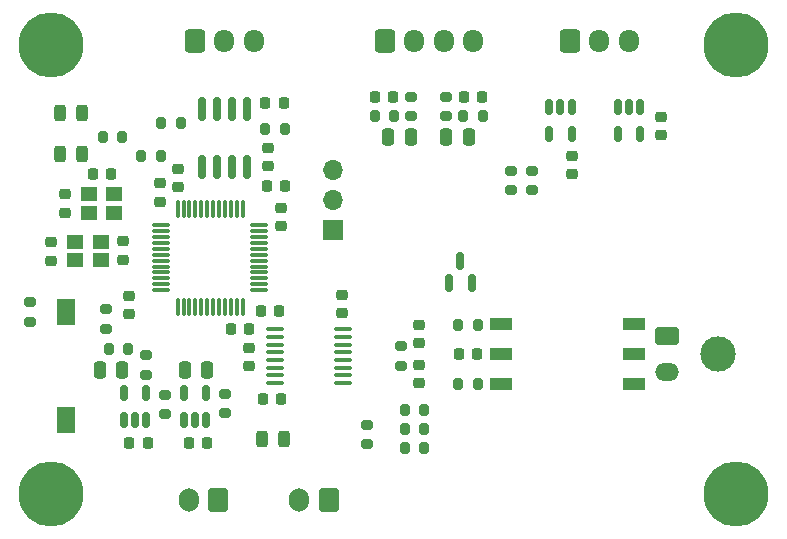
<source format=gbr>
%TF.GenerationSoftware,KiCad,Pcbnew,7.0.11-rc3*%
%TF.CreationDate,2025-03-16T23:23:52+08:00*%
%TF.ProjectId,BMS_Master,424d535f-4d61-4737-9465-722e6b696361,V1.3*%
%TF.SameCoordinates,Original*%
%TF.FileFunction,Soldermask,Top*%
%TF.FilePolarity,Negative*%
%FSLAX46Y46*%
G04 Gerber Fmt 4.6, Leading zero omitted, Abs format (unit mm)*
G04 Created by KiCad (PCBNEW 7.0.11-rc3) date 2025-03-16 23:23:52*
%MOMM*%
%LPD*%
G01*
G04 APERTURE LIST*
G04 Aperture macros list*
%AMRoundRect*
0 Rectangle with rounded corners*
0 $1 Rounding radius*
0 $2 $3 $4 $5 $6 $7 $8 $9 X,Y pos of 4 corners*
0 Add a 4 corners polygon primitive as box body*
4,1,4,$2,$3,$4,$5,$6,$7,$8,$9,$2,$3,0*
0 Add four circle primitives for the rounded corners*
1,1,$1+$1,$2,$3*
1,1,$1+$1,$4,$5*
1,1,$1+$1,$6,$7*
1,1,$1+$1,$8,$9*
0 Add four rect primitives between the rounded corners*
20,1,$1+$1,$2,$3,$4,$5,0*
20,1,$1+$1,$4,$5,$6,$7,0*
20,1,$1+$1,$6,$7,$8,$9,0*
20,1,$1+$1,$8,$9,$2,$3,0*%
G04 Aperture macros list end*
%ADD10RoundRect,0.225000X0.250000X-0.225000X0.250000X0.225000X-0.250000X0.225000X-0.250000X-0.225000X0*%
%ADD11RoundRect,0.225000X-0.225000X-0.250000X0.225000X-0.250000X0.225000X0.250000X-0.225000X0.250000X0*%
%ADD12RoundRect,0.225000X0.225000X0.250000X-0.225000X0.250000X-0.225000X-0.250000X0.225000X-0.250000X0*%
%ADD13RoundRect,0.200000X0.200000X0.275000X-0.200000X0.275000X-0.200000X-0.275000X0.200000X-0.275000X0*%
%ADD14R,1.400000X1.200000*%
%ADD15RoundRect,0.250000X-0.600000X-0.725000X0.600000X-0.725000X0.600000X0.725000X-0.600000X0.725000X0*%
%ADD16O,1.700000X1.950000*%
%ADD17RoundRect,0.200000X0.275000X-0.200000X0.275000X0.200000X-0.275000X0.200000X-0.275000X-0.200000X0*%
%ADD18RoundRect,0.225000X-0.250000X0.225000X-0.250000X-0.225000X0.250000X-0.225000X0.250000X0.225000X0*%
%ADD19RoundRect,0.150000X0.150000X-0.825000X0.150000X0.825000X-0.150000X0.825000X-0.150000X-0.825000X0*%
%ADD20RoundRect,0.200000X-0.275000X0.200000X-0.275000X-0.200000X0.275000X-0.200000X0.275000X0.200000X0*%
%ADD21R,1.700000X1.700000*%
%ADD22O,1.700000X1.700000*%
%ADD23R,1.600000X2.180000*%
%ADD24RoundRect,0.250000X-0.250000X-0.475000X0.250000X-0.475000X0.250000X0.475000X-0.250000X0.475000X0*%
%ADD25RoundRect,0.200000X-0.200000X-0.275000X0.200000X-0.275000X0.200000X0.275000X-0.200000X0.275000X0*%
%ADD26RoundRect,0.250000X0.250000X0.475000X-0.250000X0.475000X-0.250000X-0.475000X0.250000X-0.475000X0*%
%ADD27C,5.500000*%
%ADD28RoundRect,0.243750X-0.243750X-0.456250X0.243750X-0.456250X0.243750X0.456250X-0.243750X0.456250X0*%
%ADD29RoundRect,0.150000X0.150000X-0.587500X0.150000X0.587500X-0.150000X0.587500X-0.150000X-0.587500X0*%
%ADD30RoundRect,0.100000X-0.637500X-0.100000X0.637500X-0.100000X0.637500X0.100000X-0.637500X0.100000X0*%
%ADD31RoundRect,0.150000X-0.150000X0.512500X-0.150000X-0.512500X0.150000X-0.512500X0.150000X0.512500X0*%
%ADD32RoundRect,0.075000X-0.662500X-0.075000X0.662500X-0.075000X0.662500X0.075000X-0.662500X0.075000X0*%
%ADD33RoundRect,0.075000X-0.075000X-0.662500X0.075000X-0.662500X0.075000X0.662500X-0.075000X0.662500X0*%
%ADD34RoundRect,0.250000X0.600000X0.750000X-0.600000X0.750000X-0.600000X-0.750000X0.600000X-0.750000X0*%
%ADD35O,1.700000X2.000000*%
%ADD36RoundRect,0.150000X0.150000X-0.512500X0.150000X0.512500X-0.150000X0.512500X-0.150000X-0.512500X0*%
%ADD37R,1.830000X1.090000*%
%ADD38RoundRect,0.054500X-0.860500X-0.490500X0.860500X-0.490500X0.860500X0.490500X-0.860500X0.490500X0*%
%ADD39C,3.000000*%
%ADD40RoundRect,0.250001X-0.759999X0.499999X-0.759999X-0.499999X0.759999X-0.499999X0.759999X0.499999X0*%
%ADD41O,2.020000X1.500000*%
G04 APERTURE END LIST*
D10*
%TO.C,C6*%
X69005000Y-63275000D03*
X69005000Y-61725000D03*
%TD*%
D11*
%TO.C,C14*%
X86925000Y-75000000D03*
X88475000Y-75000000D03*
%TD*%
D12*
%TO.C,C20*%
X88830000Y-56950000D03*
X87280000Y-56950000D03*
%TD*%
D13*
%TO.C,R9*%
X100580000Y-77550000D03*
X98930000Y-77550000D03*
%TD*%
D14*
%TO.C,Y2*%
X72155000Y-59250000D03*
X74355000Y-59250000D03*
X74355000Y-57650000D03*
X72155000Y-57650000D03*
%TD*%
D15*
%TO.C,J7*%
X112900000Y-44675000D03*
D16*
X115400000Y-44675000D03*
X117900000Y-44675000D03*
%TD*%
D17*
%TO.C,R22*%
X107900000Y-57325000D03*
X107900000Y-55675000D03*
%TD*%
D11*
%TO.C,C2*%
X75625000Y-78700000D03*
X77175000Y-78700000D03*
%TD*%
D18*
%TO.C,C5*%
X75105000Y-61625000D03*
X75105000Y-63175000D03*
%TD*%
D13*
%TO.C,R10*%
X100580000Y-79150000D03*
X98930000Y-79150000D03*
%TD*%
D15*
%TO.C,J6*%
X97250000Y-44675000D03*
D16*
X99750000Y-44675000D03*
X102250000Y-44675000D03*
X104750000Y-44675000D03*
%TD*%
D19*
%TO.C,U5*%
X81750000Y-55345000D03*
X83020000Y-55345000D03*
X84290000Y-55345000D03*
X85560000Y-55345000D03*
X85560000Y-50395000D03*
X84290000Y-50395000D03*
X83020000Y-50395000D03*
X81750000Y-50395000D03*
%TD*%
D20*
%TO.C,R14*%
X95700000Y-77175000D03*
X95700000Y-78825000D03*
%TD*%
D21*
%TO.C,J2*%
X92855000Y-60650000D03*
D22*
X92855000Y-58110000D03*
X92855000Y-55570000D03*
%TD*%
D23*
%TO.C,SW1*%
X70255000Y-76760000D03*
X70255000Y-67580000D03*
%TD*%
D24*
%TO.C,C4*%
X73105000Y-72520000D03*
X75005000Y-72520000D03*
%TD*%
D25*
%TO.C,R13*%
X103475000Y-68700000D03*
X105125000Y-68700000D03*
%TD*%
D26*
%TO.C,C3*%
X82205000Y-72570000D03*
X80305000Y-72570000D03*
%TD*%
D27*
%TO.C,H4*%
X69000000Y-83000000D03*
%TD*%
D28*
%TO.C,D4*%
X86862500Y-78400000D03*
X88737500Y-78400000D03*
%TD*%
D17*
%TO.C,R23*%
X67200000Y-68425000D03*
X67200000Y-66775000D03*
%TD*%
D25*
%TO.C,R1*%
X73380000Y-52770000D03*
X75030000Y-52770000D03*
%TD*%
D18*
%TO.C,C16*%
X100155000Y-72070000D03*
X100155000Y-73620000D03*
%TD*%
D29*
%TO.C,D3*%
X102700000Y-65137500D03*
X104600000Y-65137500D03*
X103650000Y-63262500D03*
%TD*%
D17*
%TO.C,R8*%
X98600000Y-72175000D03*
X98600000Y-70525000D03*
%TD*%
D10*
%TO.C,C28*%
X120600000Y-52675000D03*
X120600000Y-51125000D03*
%TD*%
D24*
%TO.C,C26*%
X102450000Y-52800000D03*
X104350000Y-52800000D03*
%TD*%
D25*
%TO.C,R15*%
X78330000Y-51620000D03*
X79980000Y-51620000D03*
%TD*%
D13*
%TO.C,R11*%
X100580000Y-75950000D03*
X98930000Y-75950000D03*
%TD*%
D27*
%TO.C,H2*%
X127000000Y-45000000D03*
%TD*%
D30*
%TO.C,U4*%
X87987500Y-69075000D03*
X87987500Y-69725000D03*
X87987500Y-70375000D03*
X87987500Y-71025000D03*
X87987500Y-71675000D03*
X87987500Y-72325000D03*
X87987500Y-72975000D03*
X87987500Y-73625000D03*
X93712500Y-73625000D03*
X93712500Y-72975000D03*
X93712500Y-72325000D03*
X93712500Y-71675000D03*
X93712500Y-71025000D03*
X93712500Y-70375000D03*
X93712500Y-69725000D03*
X93712500Y-69075000D03*
%TD*%
D31*
%TO.C,U6*%
X113050000Y-50262500D03*
X112100000Y-50262500D03*
X111150000Y-50262500D03*
X111150000Y-52537500D03*
X113050000Y-52537500D03*
%TD*%
D14*
%TO.C,Y1*%
X71005000Y-63250000D03*
X73205000Y-63250000D03*
X73205000Y-61650000D03*
X71005000Y-61650000D03*
%TD*%
D12*
%TO.C,C23*%
X97975000Y-49400000D03*
X96425000Y-49400000D03*
%TD*%
D18*
%TO.C,C13*%
X75555000Y-66245000D03*
X75555000Y-67795000D03*
%TD*%
D17*
%TO.C,R7*%
X73655000Y-69025000D03*
X73655000Y-67375000D03*
%TD*%
D13*
%TO.C,R5*%
X75530000Y-70720000D03*
X73880000Y-70720000D03*
%TD*%
D27*
%TO.C,H1*%
X127000000Y-83000000D03*
%TD*%
D32*
%TO.C,U3*%
X78292500Y-60270000D03*
X78292500Y-60770000D03*
X78292500Y-61270000D03*
X78292500Y-61770000D03*
X78292500Y-62270000D03*
X78292500Y-62770000D03*
X78292500Y-63270000D03*
X78292500Y-63770000D03*
X78292500Y-64270000D03*
X78292500Y-64770000D03*
X78292500Y-65270000D03*
X78292500Y-65770000D03*
D33*
X79705000Y-67182500D03*
X80205000Y-67182500D03*
X80705000Y-67182500D03*
X81205000Y-67182500D03*
X81705000Y-67182500D03*
X82205000Y-67182500D03*
X82705000Y-67182500D03*
X83205000Y-67182500D03*
X83705000Y-67182500D03*
X84205000Y-67182500D03*
X84705000Y-67182500D03*
X85205000Y-67182500D03*
D32*
X86617500Y-65770000D03*
X86617500Y-65270000D03*
X86617500Y-64770000D03*
X86617500Y-64270000D03*
X86617500Y-63770000D03*
X86617500Y-63270000D03*
X86617500Y-62770000D03*
X86617500Y-62270000D03*
X86617500Y-61770000D03*
X86617500Y-61270000D03*
X86617500Y-60770000D03*
X86617500Y-60270000D03*
D33*
X85205000Y-58857500D03*
X84705000Y-58857500D03*
X84205000Y-58857500D03*
X83705000Y-58857500D03*
X83205000Y-58857500D03*
X82705000Y-58857500D03*
X82205000Y-58857500D03*
X81705000Y-58857500D03*
X81205000Y-58857500D03*
X80705000Y-58857500D03*
X80205000Y-58857500D03*
X79705000Y-58857500D03*
%TD*%
D28*
%TO.C,D1*%
X69717500Y-50750000D03*
X71592500Y-50750000D03*
%TD*%
D10*
%TO.C,C29*%
X85750000Y-72225000D03*
X85750000Y-70675000D03*
%TD*%
D20*
%TO.C,R3*%
X77005000Y-71295000D03*
X77005000Y-72945000D03*
%TD*%
D34*
%TO.C,J3*%
X92500000Y-83500000D03*
D35*
X90000000Y-83500000D03*
%TD*%
D36*
%TO.C,U1*%
X80205000Y-76787500D03*
X81155000Y-76787500D03*
X82105000Y-76787500D03*
X82105000Y-74512500D03*
X80205000Y-74512500D03*
%TD*%
D25*
%TO.C,R6*%
X76630000Y-54400000D03*
X78280000Y-54400000D03*
%TD*%
D15*
%TO.C,J5*%
X81155000Y-44675000D03*
D16*
X83655000Y-44675000D03*
X86155000Y-44675000D03*
%TD*%
D10*
%TO.C,C21*%
X87355000Y-55245000D03*
X87355000Y-53695000D03*
%TD*%
D11*
%TO.C,C1*%
X80625000Y-78700000D03*
X82175000Y-78700000D03*
%TD*%
D37*
%TO.C,TR1*%
X107080000Y-68660000D03*
D38*
X107080000Y-71200000D03*
X107080000Y-73740000D03*
X118320000Y-73740000D03*
X118320000Y-71200000D03*
X118320000Y-68660000D03*
%TD*%
D18*
%TO.C,C27*%
X113100000Y-54425000D03*
X113100000Y-55975000D03*
%TD*%
D39*
%TO.C,J4*%
X125420000Y-71165000D03*
D40*
X121100000Y-69665000D03*
D41*
X121100000Y-72665000D03*
%TD*%
D17*
%TO.C,R2*%
X83705000Y-76175000D03*
X83705000Y-74525000D03*
%TD*%
D10*
%TO.C,C19*%
X93655000Y-67725000D03*
X93655000Y-66175000D03*
%TD*%
D27*
%TO.C,H3*%
X69000000Y-45000000D03*
%TD*%
D25*
%TO.C,R12*%
X103475000Y-73750000D03*
X105125000Y-73750000D03*
%TD*%
D12*
%TO.C,C22*%
X88680000Y-49950000D03*
X87130000Y-49950000D03*
%TD*%
D11*
%TO.C,C15*%
X86730000Y-67550000D03*
X88280000Y-67550000D03*
%TD*%
D20*
%TO.C,R4*%
X78605000Y-74625000D03*
X78605000Y-76275000D03*
%TD*%
D12*
%TO.C,C12*%
X85730000Y-69100000D03*
X84180000Y-69100000D03*
%TD*%
D10*
%TO.C,C10*%
X78205000Y-58275000D03*
X78205000Y-56725000D03*
%TD*%
D12*
%TO.C,C18*%
X105075000Y-71200000D03*
X103525000Y-71200000D03*
%TD*%
D25*
%TO.C,R16*%
X87130000Y-52120000D03*
X88780000Y-52120000D03*
%TD*%
D31*
%TO.C,U7*%
X118850000Y-50262500D03*
X117900000Y-50262500D03*
X116950000Y-50262500D03*
X116950000Y-52537500D03*
X118850000Y-52537500D03*
%TD*%
D18*
%TO.C,C9*%
X88455000Y-58825000D03*
X88455000Y-60375000D03*
%TD*%
D13*
%TO.C,R17*%
X98025000Y-51000000D03*
X96375000Y-51000000D03*
%TD*%
D17*
%TO.C,R19*%
X99500000Y-51025000D03*
X99500000Y-49375000D03*
%TD*%
D10*
%TO.C,C8*%
X70205000Y-59200000D03*
X70205000Y-57650000D03*
%TD*%
D11*
%TO.C,C24*%
X103925000Y-49400000D03*
X105475000Y-49400000D03*
%TD*%
D36*
%TO.C,U2*%
X75155000Y-76787500D03*
X76105000Y-76787500D03*
X77055000Y-76787500D03*
X77055000Y-74512500D03*
X75155000Y-74512500D03*
%TD*%
D26*
%TO.C,C25*%
X99450000Y-52800000D03*
X97550000Y-52800000D03*
%TD*%
D34*
%TO.C,J1*%
X83155000Y-83495000D03*
D35*
X80655000Y-83495000D03*
%TD*%
D28*
%TO.C,D2*%
X69717500Y-54200000D03*
X71592500Y-54200000D03*
%TD*%
D10*
%TO.C,C11*%
X79705000Y-57045000D03*
X79705000Y-55495000D03*
%TD*%
D17*
%TO.C,R20*%
X102400000Y-51025000D03*
X102400000Y-49375000D03*
%TD*%
D12*
%TO.C,C7*%
X74080000Y-55950000D03*
X72530000Y-55950000D03*
%TD*%
D20*
%TO.C,R21*%
X109700000Y-55675000D03*
X109700000Y-57325000D03*
%TD*%
D10*
%TO.C,C17*%
X100155000Y-70270000D03*
X100155000Y-68720000D03*
%TD*%
D25*
%TO.C,R18*%
X103875000Y-51000000D03*
X105525000Y-51000000D03*
%TD*%
M02*

</source>
